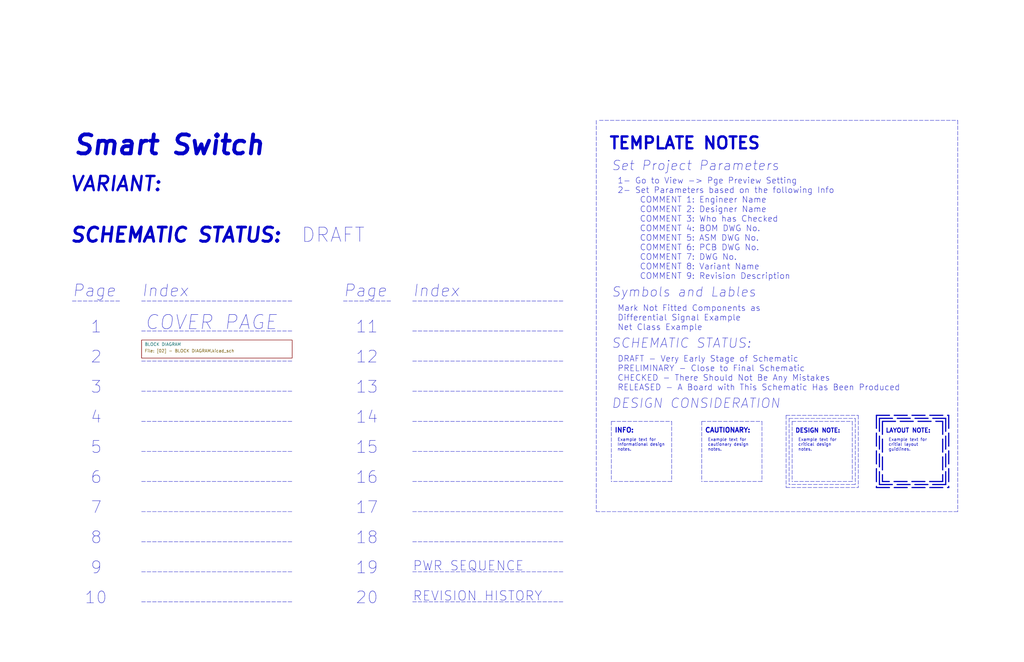
<source format=kicad_sch>
(kicad_sch (version 20211123) (generator eeschema)
  (paper "B")
  (title_block (title "Smart Switch"))
  (lib_symbols)
  (polyline (pts (xy 334.01 177.8) (xy 334.01 203.2)))
  (polyline (pts (xy 283.21 177.8) (xy 283.21 203.2)))
  (polyline (pts (xy 59.69 165.1) (xy 123.19 165.1)))
  (polyline (pts (xy 295.91 177.8) (xy 295.91 203.2)))
  (polyline (pts (xy 372.11 177.8) (xy 372.11 203.2)) (stroke (width 0.5)))
  (polyline (pts (xy 144.78 127) (xy 165.1 127)))
  (polyline (pts (xy 283.21 203.2) (xy 257.81 203.2)))
  (polyline (pts (xy 370.84 176.53) (xy 398.78 176.53)) (stroke (width 0.5)))
  (polyline (pts (xy 403.86 215.9) (xy 251.46 215.9)))
  (polyline (pts (xy 403.86 50.8) (xy 403.86 215.9)))
  (polyline (pts (xy 332.74 176.53) (xy 360.68 176.53)))
  (polyline (pts (xy 398.78 204.47) (xy 370.84 204.47)) (stroke (width 0.5)))
  (polyline (pts (xy 173.99 177.8) (xy 237.49 177.8)))
  (polyline (pts (xy 59.69 203.2) (xy 123.19 203.2)))
  (polyline (pts (xy 334.01 177.8) (xy 359.41 177.8)))
  (polyline (pts (xy 400.05 175.26) (xy 400.05 205.74)) (stroke (width 0.5)))
  (polyline (pts (xy 321.31 203.2) (xy 295.91 203.2)))
  (polyline (pts (xy 369.57 175.26) (xy 400.05 175.26)) (stroke (width 0.5)))
  (polyline (pts (xy 173.99 203.2) (xy 237.49 203.2)))
  (polyline (pts (xy 59.69 127) (xy 123.19 127)))
  (polyline (pts (xy 257.81 177.8) (xy 283.21 177.8)))
  (polyline (pts (xy 370.84 176.53) (xy 370.84 204.47)) (stroke (width 0.5)))
  (polyline (pts (xy 173.99 241.3) (xy 237.49 241.3)))
  (polyline (pts (xy 173.99 228.6) (xy 237.49 228.6)))
  (polyline (pts (xy 397.51 203.2) (xy 372.11 203.2)) (stroke (width 0.5)))
  (polyline (pts (xy 59.69 190.5) (xy 123.19 190.5)))
  (polyline (pts (xy 359.41 177.8) (xy 359.41 203.2)))
  (polyline (pts (xy 331.47 175.26) (xy 331.47 205.74)))
  (polyline (pts (xy 397.51 177.8) (xy 397.51 203.2)) (stroke (width 0.5)))
  (polyline (pts (xy 59.69 228.6) (xy 123.19 228.6)))
  (polyline (pts (xy 361.95 175.26) (xy 361.95 205.74)))
  (polyline (pts (xy 332.74 176.53) (xy 332.74 204.47)))
  (polyline (pts (xy 398.78 176.53) (xy 398.78 204.47)) (stroke (width 0.5)))
  (polyline (pts (xy 59.69 139.7) (xy 123.19 139.7)))
  (polyline (pts (xy 252.73 50.8) (xy 403.86 50.8)))
  (polyline (pts (xy 321.31 177.8) (xy 321.31 203.2)))
  (polyline (pts (xy 173.99 152.4) (xy 237.49 152.4)))
  (polyline (pts (xy 295.91 177.8) (xy 321.31 177.8)))
  (polyline (pts (xy 173.99 127) (xy 237.49 127)))
  (polyline (pts (xy 251.46 50.8) (xy 251.46 215.9)))
  (polyline (pts (xy 173.99 165.1) (xy 237.49 165.1)))
  (polyline (pts (xy 360.68 204.47) (xy 332.74 204.47)))
  (polyline (pts (xy 59.69 177.8) (xy 123.19 177.8)))
  (polyline (pts (xy 257.81 177.8) (xy 257.81 203.2)))
  (polyline (pts (xy 59.69 254) (xy 123.19 254)))
  (polyline (pts (xy 372.11 177.8) (xy 397.51 177.8)) (stroke (width 0.5)))
  (polyline (pts (xy 331.47 175.26) (xy 361.95 175.26)))
  (polyline (pts (xy 173.99 139.7) (xy 237.49 139.7)))
  (polyline (pts (xy 369.57 205.74) (xy 400.05 205.74)) (stroke (width 0.5)))
  (polyline (pts (xy 59.69 241.3) (xy 123.19 241.3)))
  (polyline (pts (xy 331.47 205.74) (xy 361.95 205.74)))
  (polyline (pts (xy 360.68 176.53) (xy 360.68 204.47)))
  (polyline (pts (xy 173.99 254) (xy 237.49 254)))
  (polyline (pts (xy 359.41 203.2) (xy 334.01 203.2)))
  (polyline (pts (xy 59.69 215.9) (xy 123.19 215.9)))
  (polyline (pts (xy 173.99 215.9) (xy 237.49 215.9)))
  (polyline (pts (xy 369.57 175.26) (xy 369.57 205.74)) (stroke (width 0.5)))
  (polyline (pts (xy 30.48 127) (xy 50.8 127)))
  (polyline (pts (xy 59.69 152.4) (xy 123.19 152.4)))
  (polyline (pts (xy 173.99 190.5) (xy 237.49 190.5)))
  (text "Example text for\ncritical design \nnotes." (at 336.55 190.5 0) (effects (font (size 1.27 1.27)) (justify left bottom)))
  (text "5" (at 38.1 191.77 0) (effects (font (size 5 5)) (justify left bottom)))
  (text "Symbols and Lables" (at 257.81 125.73 0) (effects (font (size 4 4) italic) (justify left bottom)))
  (text "DESIGN NOTE:" (at 335.28 182.88 0) (effects (font (size 1.8 1.8) bold) (justify left bottom)))
  (text "COVER PAGE" (at 60.96 139.7 0) (effects (font (size 6 6) italic) (justify left bottom)))
  (text "17" (at 149.86 217.17 0) (effects (font (size 5 5)) (justify left bottom)))
  (text "6" (at 38.1 204.47 0) (effects (font (size 5 5)) (justify left bottom)))
  (text "1" (at 38.1 140.97 0) (effects (font (size 5 5)) (justify left bottom)))
  (text "Mark Not Fitted Components as\nDifferential Signal Example\nNet Class Example" (at 260.35 139.7 0) (effects (font (size 2.5 2.5)) (justify left bottom)))
  (text "Index" (at 173.99 125.73 0) (effects (font (size 5 5) italic) (justify left bottom)))
  (text "Page" (at 30.48 125.73 0) (effects (font (size 5 5) italic) (justify left bottom)))
  (text "DRAFT" (at 127 102.87 0) (effects (font (size 6 6)) (justify left bottom)))
  (text "DRAFT - Very Early Stage of Schematic\nPRELIMINARY - Close to Final Schematic\nCHECKED - There Should Not Be Any Mistakes\nRELEASED - A Board with This Schematic Has Been Produced" (at 260.35 165.1 0) (effects (font (size 2.5 2.5)) (justify left bottom)))
  (text "CAUTIONARY:" (at 297.18 182.88 0) (effects (font (size 2 2) bold) (justify left bottom)))
  (text "SCHEMATIC STATUS:" (at 257.81 147.32 0) (effects (font (size 4 4) italic) (justify left bottom)))
  (text "SCHEMATIC STATUS: " (at 29.21 102.87 0) (effects (font (size 6 6) (thickness 1.2) bold italic) (justify left bottom)))
  (text "9" (at 38.1 242.57 0) (effects (font (size 5 5)) (justify left bottom)))
  (text "${ISSUE_DATE}" (at 172.72 81.28 0) (effects (font (size 6 6) bold) (justify left bottom)))
  (text "8" (at 38.1 229.87 0) (effects (font (size 5 5)) (justify left bottom)))
  (text "DESIGN CONSIDERATION" (at 257.81 172.72 0) (effects (font (size 4 4) italic) (justify left bottom)))
  (text "REVISION HISTORY" (at 173.99 254 0) (effects (font (size 4 4)) (justify left bottom)))
  (text "13" (at 149.86 166.37 0) (effects (font (size 5 5)) (justify left bottom)))
  (text "PWR SEQUENCE" (at 173.99 241.3 0) (effects (font (size 4 4)) (justify left bottom)))
  (text "2\n" (at 38.1 153.67 0) (effects (font (size 5 5)) (justify left bottom)))
  (text "16" (at 149.86 204.47 0) (effects (font (size 5 5)) (justify left bottom)))
  (text "1- Go to View -> Pge Preview Setting\n2- Set Parameters based on the following Info\n	COMMENT 1: Engineer Name\n	COMMENT 2: Designer Name\n	COMMENT 3: Who has Checked\n	COMMENT 4: BOM DWG No.\n	COMMENT 5: ASM DWG No.\n	COMMENT 6: PCB DWG No.\n	COMMENT 7: DWG No.\n	COMMENT 8: Variant Name\n	COMMENT 9: Revision Description " (at 260.35 118.11 0) (effects (font (size 2.5 2.5)) (justify left bottom)))
  (text "Index" (at 59.69 125.73 0) (effects (font (size 5 5) italic) (justify left bottom)))
  (text "10" (at 35.56 255.27 0) (effects (font (size 5 5)) (justify left bottom)))
  (text "INFO:" (at 259.08 182.88 0) (effects (font (size 2 2) (thickness 0.4) bold) (justify left bottom)))
  (text "${REVISION}" (at 172.72 64.77 0) (effects (font (size 6 6) bold italic) (justify left bottom)))
  (text "4" (at 38.1 179.07 0) (effects (font (size 5 5)) (justify left bottom)))
  (text "15" (at 149.86 191.77 0) (effects (font (size 5 5)) (justify left bottom)))
  (text "7" (at 38.1 217.17 0) (effects (font (size 5 5)) (justify left bottom)))
  (text "3" (at 38.1 166.37 0) (effects (font (size 5 5)) (justify left bottom)))
  (text "Example text for\nInformational design\nnotes." (at 260.35 190.5 0) (effects (font (size 1.27 1.27)) (justify left bottom)))
  (text "Page" (at 144.78 125.73 0) (effects (font (size 5 5) italic) (justify left bottom)))
  (text "${TITLE}" (at 30.48 66.04 0) (effects (font (size 8 8) (thickness 1.6) bold italic) (justify left bottom)))
  (text "Example text for\ncautionary design\nnotes." (at 298.45 190.5 0) (effects (font (size 1.27 1.27)) (justify left bottom)))
  (text "18" (at 149.86 229.87 0) (effects (font (size 5 5)) (justify left bottom)))
  (text "Example text for\ncritial layout\nguidlines." (at 374.65 190.5 0) (effects (font (size 1.27 1.27)) (justify left bottom)))
  (text "12" (at 149.86 153.67 0) (effects (font (size 5 5)) (justify left bottom)))
  (text "Set Project Parameters" (at 257.81 72.39 0) (effects (font (size 4 4) italic) (justify left bottom)))
  (text "VARIANT: ${COMMENT8}" (at 29.21 81.28 0) (effects (font (size 6 6) (thickness 1) bold italic) (justify left bottom)))
  (text "19" (at 149.86 242.57 0) (effects (font (size 5 5)) (justify left bottom)))
  (text "TEMPLATE NOTES" (at 256.54 63.5 0) (effects (font (size 5 5) bold) (justify left bottom)))
  (text "LAYOUT NOTE:" (at 373.38 182.88 0) (effects (font (size 1.8 1.8) bold) (justify left bottom)))
  (text "20" (at 149.86 255.27 0) (effects (font (size 5 5)) (justify left bottom)))
  (text "14" (at 149.86 179.07 0) (effects (font (size 5 5)) (justify left bottom)))
  (text "11" (at 149.86 140.97 0) (effects (font (size 5 5)) (justify left bottom)))
  (sheet (at 59.69 143.51) (size 63.5 7.62) (stroke (width 0.1524))
    (property "Sheet name" "BLOCK DIAGRAM" (at 60.96 146.05 0) (effects (justify left bottom)))
    (property "Sheet file" "[02] - BLOCK DIAGRAM.kicad_sch" (at 60.96 147.32 0) (effects (justify left top)))
  )
)
</source>
